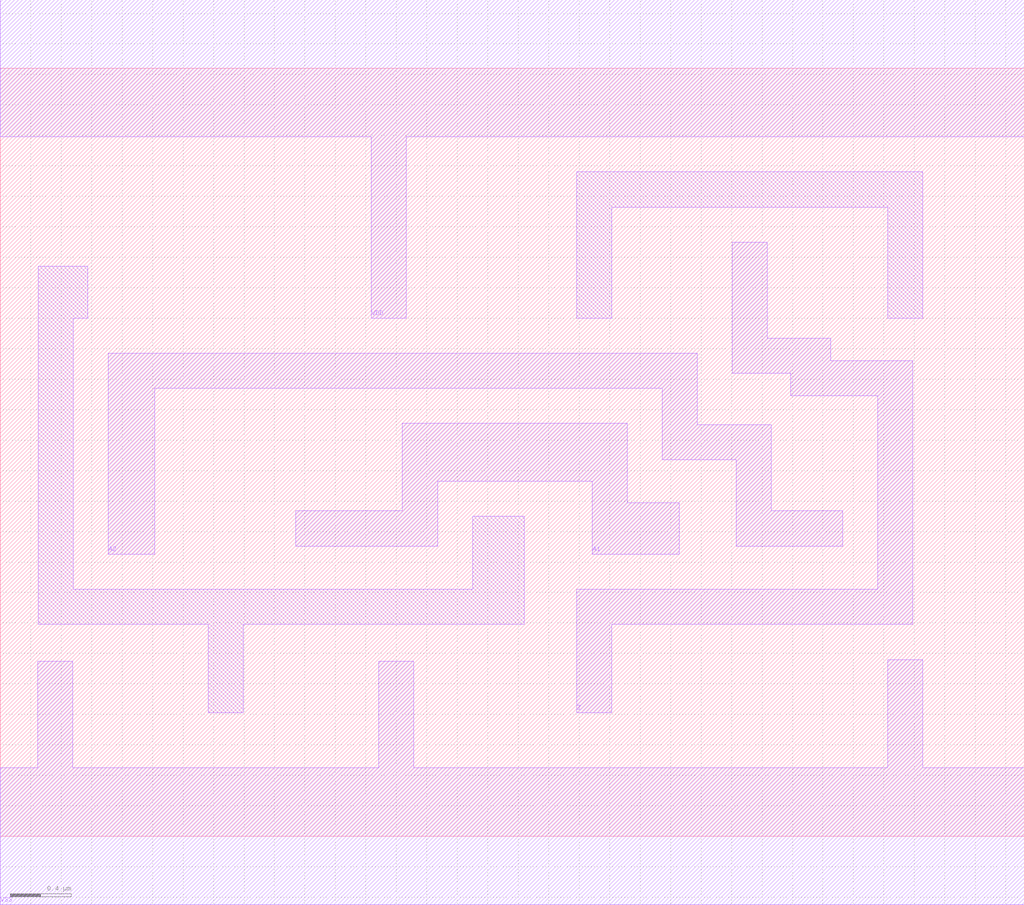
<source format=lef>
# Copyright 2022 GlobalFoundries PDK Authors
#
# Licensed under the Apache License, Version 2.0 (the "License");
# you may not use this file except in compliance with the License.
# You may obtain a copy of the License at
#
#      http://www.apache.org/licenses/LICENSE-2.0
#
# Unless required by applicable law or agreed to in writing, software
# distributed under the License is distributed on an "AS IS" BASIS,
# WITHOUT WARRANTIES OR CONDITIONS OF ANY KIND, either express or implied.
# See the License for the specific language governing permissions and
# limitations under the License.

MACRO gf180mcu_fd_sc_mcu9t5v0__xor2_1
  CLASS core ;
  FOREIGN gf180mcu_fd_sc_mcu9t5v0__xor2_1 0.0 0.0 ;
  ORIGIN 0 0 ;
  SYMMETRY X Y ;
  SITE GF018hv5v_green_sc9 ;
  SIZE 6.72 BY 5.04 ;
  PIN A1
    DIRECTION INPUT ;
    ANTENNAGATEAREA 2.5605 ;
    PORT
      LAYER METAL1 ;
        POLYGON 1.94 1.905 2.87 1.905 2.87 2.33 3.44 2.33 3.885 2.33 3.885 1.85 4.455 1.85 4.455 2.19 4.115 2.19 4.115 2.71 3.44 2.71 2.64 2.71 2.64 2.135 1.94 2.135  ;
    END
  END A1
  PIN A2
    DIRECTION INPUT ;
    ANTENNAGATEAREA 2.5605 ;
    PORT
      LAYER METAL1 ;
        POLYGON 0.71 1.85 1.015 1.85 1.015 2.94 3.44 2.94 4.345 2.94 4.345 2.47 4.83 2.47 4.83 1.905 5.53 1.905 5.53 2.135 5.06 2.135 5.06 2.7 4.575 2.7 4.575 3.17 3.44 3.17 0.71 3.17  ;
    END
  END A2
  PIN Z
    DIRECTION OUTPUT ;
    ANTENNADIFFAREA 1.638 ;
    PORT
      LAYER METAL1 ;
        POLYGON 4.805 3.04 5.19 3.04 5.19 2.89 5.76 2.89 5.76 1.62 3.785 1.62 3.785 0.81 4.015 0.81 4.015 1.39 5.99 1.39 5.99 3.12 5.45 3.12 5.45 3.27 5.035 3.27 5.035 3.9 4.805 3.9  ;
    END
  END Z
  PIN VDD
    DIRECTION INOUT ;
    USE power ;
    SHAPE ABUTMENT ;
    PORT
      LAYER METAL1 ;
        POLYGON 0 4.59 2.435 4.59 2.435 3.4 2.665 3.4 2.665 4.59 3.44 4.59 6.055 4.59 6.72 4.59 6.72 5.49 6.055 5.49 3.44 5.49 0 5.49  ;
    END
  END VDD
  PIN VSS
    DIRECTION INOUT ;
    USE ground ;
    SHAPE ABUTMENT ;
    PORT
      LAYER METAL1 ;
        POLYGON 0 -0.45 6.72 -0.45 6.72 0.45 6.055 0.45 6.055 1.16 5.825 1.16 5.825 0.45 2.715 0.45 2.715 1.15 2.485 1.15 2.485 0.45 0.475 0.45 0.475 1.15 0.245 1.15 0.245 0.45 0 0.45  ;
    END
  END VSS
  OBS
      LAYER METAL1 ;
        POLYGON 0.25 1.39 1.365 1.39 1.365 0.81 1.595 0.81 1.595 1.39 3.44 1.39 3.44 2.1 3.1 2.1 3.1 1.62 0.48 1.62 0.48 3.4 0.575 3.4 0.575 3.74 0.25 3.74  ;
        POLYGON 3.785 3.4 4.015 3.4 4.015 4.13 5.825 4.13 5.825 3.4 6.055 3.4 6.055 4.36 3.785 4.36  ;
  END
END gf180mcu_fd_sc_mcu9t5v0__xor2_1

</source>
